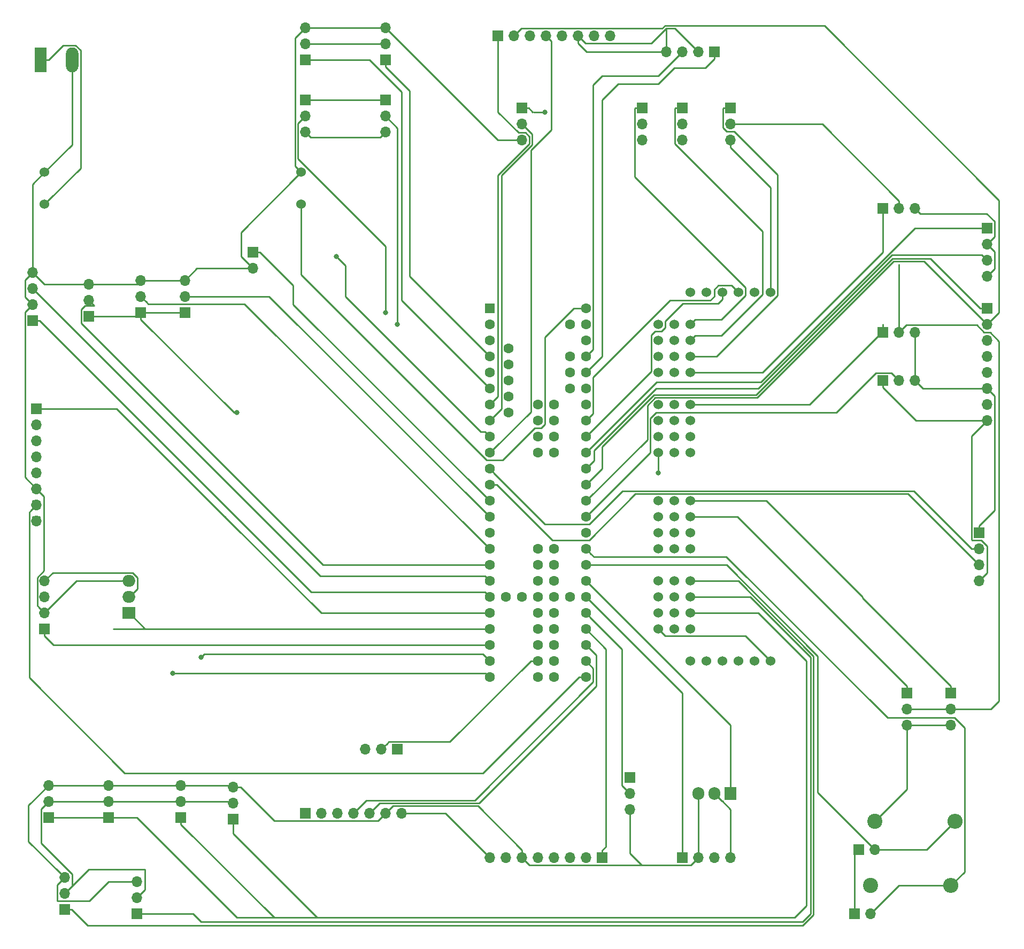
<source format=gbr>
G04 #@! TF.GenerationSoftware,KiCad,Pcbnew,(5.0.2)-1*
G04 #@! TF.CreationDate,2019-01-24T16:58:19-05:00*
G04 #@! TF.ProjectId,TrapologyKicad,54726170-6f6c-46f6-9779-4b696361642e,rev?*
G04 #@! TF.SameCoordinates,Original*
G04 #@! TF.FileFunction,Copper,L2,Bot*
G04 #@! TF.FilePolarity,Positive*
%FSLAX46Y46*%
G04 Gerber Fmt 4.6, Leading zero omitted, Abs format (unit mm)*
G04 Created by KiCad (PCBNEW (5.0.2)-1) date 1/24/2019 4:58:19 PM*
%MOMM*%
%LPD*%
G01*
G04 APERTURE LIST*
G04 #@! TA.AperFunction,ComponentPad*
%ADD10O,2.000000X1.905000*%
G04 #@! TD*
G04 #@! TA.AperFunction,ComponentPad*
%ADD11R,2.000000X1.905000*%
G04 #@! TD*
G04 #@! TA.AperFunction,ComponentPad*
%ADD12C,1.600000*%
G04 #@! TD*
G04 #@! TA.AperFunction,ComponentPad*
%ADD13R,1.600000X1.600000*%
G04 #@! TD*
G04 #@! TA.AperFunction,ComponentPad*
%ADD14C,1.524000*%
G04 #@! TD*
G04 #@! TA.AperFunction,ComponentPad*
%ADD15R,1.700000X1.700000*%
G04 #@! TD*
G04 #@! TA.AperFunction,ComponentPad*
%ADD16O,1.700000X1.700000*%
G04 #@! TD*
G04 #@! TA.AperFunction,ComponentPad*
%ADD17O,1.980000X3.960000*%
G04 #@! TD*
G04 #@! TA.AperFunction,ComponentPad*
%ADD18R,1.980000X3.960000*%
G04 #@! TD*
G04 #@! TA.AperFunction,ComponentPad*
%ADD19O,2.400000X2.400000*%
G04 #@! TD*
G04 #@! TA.AperFunction,ComponentPad*
%ADD20C,2.400000*%
G04 #@! TD*
G04 #@! TA.AperFunction,ComponentPad*
%ADD21O,1.905000X2.000000*%
G04 #@! TD*
G04 #@! TA.AperFunction,ComponentPad*
%ADD22R,1.905000X2.000000*%
G04 #@! TD*
G04 #@! TA.AperFunction,ViaPad*
%ADD23C,0.800000*%
G04 #@! TD*
G04 #@! TA.AperFunction,Conductor*
%ADD24C,0.250000*%
G04 #@! TD*
G04 APERTURE END LIST*
D10*
G04 #@! TO.P,Q1,3*
G04 #@! TO.N,GND*
X38100000Y-106680000D03*
G04 #@! TO.P,Q1,2*
G04 #@! TO.N,Net-(Q1-Pad2)*
X38100000Y-109220000D03*
D11*
G04 #@! TO.P,Q1,1*
G04 #@! TO.N,BTNREDLIGHT*
X38100000Y-111760000D03*
G04 #@! TD*
D12*
G04 #@! TO.P,U1,17*
G04 #@! TO.N,OUTERHALL*
X95250000Y-104140000D03*
G04 #@! TO.P,U1,18*
G04 #@! TO.N,BTNDIALLIGHT*
X95250000Y-106680000D03*
G04 #@! TO.P,U1,19*
G04 #@! TO.N,BTNDIAL*
X95250000Y-109220000D03*
G04 #@! TO.P,U1,20*
G04 #@! TO.N,RFID4*
X95250000Y-111760000D03*
G04 #@! TO.P,U1,16*
G04 #@! TO.N,MIDHALL*
X95250000Y-101600000D03*
G04 #@! TO.P,U1,15*
G04 #@! TO.N,+3V3*
X95250000Y-99060000D03*
G04 #@! TO.P,U1,14*
G04 #@! TO.N,INNERHALL*
X95250000Y-96520000D03*
G04 #@! TO.P,U1,21*
G04 #@! TO.N,BTNREDLIGHT*
X95250000Y-114300000D03*
G04 #@! TO.P,U1,22*
G04 #@! TO.N,BTNRED*
X95250000Y-116840000D03*
G04 #@! TO.P,U1,23*
G04 #@! TO.N,SCALE2POT*
X95250000Y-119380000D03*
G04 #@! TO.P,U1,24*
G04 #@! TO.N,SCALE1POT*
X95250000Y-121920000D03*
G04 #@! TO.P,U1,25*
G04 #@! TO.N,Net-(U1-Pad25)*
X97790000Y-109220000D03*
G04 #@! TO.P,U1,26*
G04 #@! TO.N,Net-(U1-Pad26)*
X100330000Y-109220000D03*
G04 #@! TO.P,U1,27*
G04 #@! TO.N,Net-(U1-Pad27)*
X102870000Y-109220000D03*
G04 #@! TO.P,U1,28*
G04 #@! TO.N,Net-(U1-Pad28)*
X105410000Y-109220000D03*
G04 #@! TO.P,U1,29*
G04 #@! TO.N,Net-(U1-Pad29)*
X107950000Y-109220000D03*
G04 #@! TO.P,U1,30*
G04 #@! TO.N,RFIDRESET*
X110490000Y-121920000D03*
G04 #@! TO.P,U1,31*
G04 #@! TO.N,RADIOCE*
X110490000Y-119380000D03*
G04 #@! TO.P,U1,32*
G04 #@! TO.N,RADIOCSN*
X110490000Y-116840000D03*
G04 #@! TO.P,U1,33*
G04 #@! TO.N,RFID3*
X110490000Y-114300000D03*
G04 #@! TO.P,U1,34*
G04 #@! TO.N,FACEPART3*
X110490000Y-111760000D03*
G04 #@! TO.P,U1,35*
G04 #@! TO.N,BTNYELLOW*
X110490000Y-109220000D03*
G04 #@! TO.P,U1,36*
G04 #@! TO.N,BTNYELLOWLIGHT*
X110490000Y-106680000D03*
G04 #@! TO.P,U1,37*
G04 #@! TO.N,EYE1*
X110490000Y-104140000D03*
G04 #@! TO.P,U1,13*
G04 #@! TO.N,PUZZLERESETBTN*
X95250000Y-93980000D03*
G04 #@! TO.P,U1,12*
G04 #@! TO.N,VOICETX*
X95250000Y-91440000D03*
G04 #@! TO.P,U1,11*
G04 #@! TO.N,VOICERX*
X95250000Y-88900000D03*
G04 #@! TO.P,U1,10*
G04 #@! TO.N,RFIDMISO*
X95250000Y-86360000D03*
G04 #@! TO.P,U1,9*
G04 #@! TO.N,RFIDMOSI*
X95250000Y-83820000D03*
G04 #@! TO.P,U1,8*
G04 #@! TO.N,FACEPART1*
X95250000Y-81280000D03*
G04 #@! TO.P,U1,7*
G04 #@! TO.N,RFID1*
X95250000Y-78740000D03*
G04 #@! TO.P,U1,6*
G04 #@! TO.N,SCALE1MOTOR*
X95250000Y-76200000D03*
G04 #@! TO.P,U1,5*
G04 #@! TO.N,RADIOMISO*
X95250000Y-73660000D03*
G04 #@! TO.P,U1,4*
G04 #@! TO.N,SCALE2MOTOR*
X95250000Y-71120000D03*
G04 #@! TO.P,U1,3*
G04 #@! TO.N,Net-(U1-Pad3)*
X95250000Y-68580000D03*
G04 #@! TO.P,U1,2*
G04 #@! TO.N,Net-(U1-Pad2)*
X95250000Y-66040000D03*
D13*
G04 #@! TO.P,U1,1*
G04 #@! TO.N,GND*
X95250000Y-63500000D03*
D12*
G04 #@! TO.P,U1,38*
G04 #@! TO.N,EYE2*
X110490000Y-101600000D03*
G04 #@! TO.P,U1,39*
G04 #@! TO.N,GND*
X110490000Y-99060000D03*
G04 #@! TO.P,U1,40*
G04 #@! TO.N,FACEPART2*
X110490000Y-96520000D03*
G04 #@! TO.P,U1,41*
G04 #@! TO.N,RFIDSCLK*
X110490000Y-93980000D03*
G04 #@! TO.P,U1,42*
G04 #@! TO.N,RFID2*
X110490000Y-91440000D03*
G04 #@! TO.P,U1,43*
G04 #@! TO.N,BTNBLUELIGHT*
X110490000Y-88900000D03*
G04 #@! TO.P,U1,44*
G04 #@! TO.N,BTNBLUE*
X110490000Y-86360000D03*
G04 #@! TO.P,U1,45*
G04 #@! TO.N,I2CSDA*
X110490000Y-83820000D03*
G04 #@! TO.P,U1,46*
G04 #@! TO.N,I2CSCL*
X110490000Y-81280000D03*
G04 #@! TO.P,U1,47*
G04 #@! TO.N,RADIOSCLK*
X110490000Y-78740000D03*
G04 #@! TO.P,U1,48*
G04 #@! TO.N,RADIOMOSI*
X110490000Y-76200000D03*
G04 #@! TO.P,U1,49*
G04 #@! TO.N,BTNGREEN*
X110490000Y-73660000D03*
G04 #@! TO.P,U1,50*
G04 #@! TO.N,BTNGREENLIGHT*
X110490000Y-71120000D03*
G04 #@! TO.P,U1,51*
G04 #@! TO.N,Net-(U1-Pad51)*
X110490000Y-68580000D03*
G04 #@! TO.P,U1,52*
G04 #@! TO.N,Net-(U1-Pad52)*
X110490000Y-66040000D03*
G04 #@! TO.P,U1,53*
G04 #@! TO.N,+5V*
X110490000Y-63500000D03*
G04 #@! TO.P,U1,54*
G04 #@! TO.N,Net-(U1-Pad54)*
X107950000Y-66040000D03*
G04 #@! TO.P,U1,55*
G04 #@! TO.N,Net-(U1-Pad55)*
X107950000Y-71120000D03*
G04 #@! TO.P,U1,56*
G04 #@! TO.N,Net-(U1-Pad56)*
X107950000Y-73660000D03*
G04 #@! TO.P,U1,57*
G04 #@! TO.N,Net-(U1-Pad57)*
X107950000Y-76200000D03*
G04 #@! TO.P,U1,63*
G04 #@! TO.N,Net-(U1-Pad63)*
X102870000Y-78740000D03*
G04 #@! TO.P,U1,64*
G04 #@! TO.N,Net-(U1-Pad64)*
X102870000Y-81280000D03*
G04 #@! TO.P,U1,65*
G04 #@! TO.N,Net-(U1-Pad65)*
X102870000Y-83820000D03*
G04 #@! TO.P,U1,66*
G04 #@! TO.N,Net-(U1-Pad66)*
X102870000Y-86360000D03*
G04 #@! TO.P,U1,67*
G04 #@! TO.N,Net-(U1-Pad67)*
X102870000Y-101600000D03*
G04 #@! TO.P,U1,68*
G04 #@! TO.N,Net-(U1-Pad68)*
X102870000Y-104140000D03*
G04 #@! TO.P,U1,69*
G04 #@! TO.N,Net-(U1-Pad69)*
X102870000Y-106680000D03*
G04 #@! TO.P,U1,70*
G04 #@! TO.N,Net-(U1-Pad70)*
X102870000Y-111760000D03*
G04 #@! TO.P,U1,71*
G04 #@! TO.N,Net-(U1-Pad71)*
X102870000Y-114300000D03*
G04 #@! TO.P,U1,72*
G04 #@! TO.N,Net-(U1-Pad72)*
X102870000Y-116840000D03*
G04 #@! TO.P,U1,73*
G04 #@! TO.N,FACEPART4*
X102870000Y-119380000D03*
G04 #@! TO.P,U1,74*
G04 #@! TO.N,Net-(U1-Pad74)*
X102870000Y-121920000D03*
G04 #@! TO.P,U1,75*
G04 #@! TO.N,Net-(U1-Pad75)*
X105410000Y-121920000D03*
G04 #@! TO.P,U1,76*
G04 #@! TO.N,Net-(U1-Pad76)*
X105410000Y-119380000D03*
G04 #@! TO.P,U1,77*
G04 #@! TO.N,Net-(U1-Pad77)*
X105410000Y-116840000D03*
G04 #@! TO.P,U1,78*
G04 #@! TO.N,Net-(U1-Pad78)*
X105410000Y-114300000D03*
G04 #@! TO.P,U1,79*
G04 #@! TO.N,Net-(U1-Pad79)*
X105410000Y-111760000D03*
G04 #@! TO.P,U1,80*
G04 #@! TO.N,Net-(U1-Pad80)*
X105410000Y-106680000D03*
G04 #@! TO.P,U1,81*
G04 #@! TO.N,Net-(U1-Pad81)*
X105410000Y-104140000D03*
G04 #@! TO.P,U1,82*
G04 #@! TO.N,Net-(U1-Pad82)*
X105410000Y-101600000D03*
G04 #@! TO.P,U1,83*
G04 #@! TO.N,Net-(U1-Pad83)*
X105410000Y-86360000D03*
G04 #@! TO.P,U1,84*
G04 #@! TO.N,Net-(U1-Pad84)*
X105410000Y-83820000D03*
G04 #@! TO.P,U1,85*
G04 #@! TO.N,Net-(U1-Pad85)*
X105410000Y-81280000D03*
G04 #@! TO.P,U1,86*
G04 #@! TO.N,Net-(U1-Pad86)*
X105410000Y-78740000D03*
G04 #@! TO.P,U1,58*
G04 #@! TO.N,Net-(U1-Pad58)*
X98250000Y-69850000D03*
G04 #@! TO.P,U1,59*
G04 #@! TO.N,Net-(U1-Pad59)*
X98250000Y-72390000D03*
G04 #@! TO.P,U1,60*
G04 #@! TO.N,Net-(U1-Pad60)*
X98250000Y-74930000D03*
G04 #@! TO.P,U1,61*
G04 #@! TO.N,Net-(U1-Pad61)*
X98250000Y-77470000D03*
G04 #@! TO.P,U1,62*
G04 #@! TO.N,Net-(U1-Pad62)*
X98250000Y-80010000D03*
G04 #@! TD*
D14*
G04 #@! TO.P,U2,50*
G04 #@! TO.N,N/C*
X124460000Y-111760000D03*
X124460000Y-109220000D03*
X124460000Y-106680000D03*
X124460000Y-114300000D03*
X124460000Y-66040000D03*
X124460000Y-68580000D03*
X124460000Y-71120000D03*
X124460000Y-73660000D03*
X124460000Y-83820000D03*
X124460000Y-99060000D03*
X124460000Y-81280000D03*
X124460000Y-78740000D03*
X124460000Y-96520000D03*
X124460000Y-86360000D03*
X124460000Y-93980000D03*
X124460000Y-101600000D03*
G04 #@! TO.P,U2,14*
G04 #@! TO.N,GND*
X139700000Y-60960000D03*
G04 #@! TO.P,U2,60*
G04 #@! TO.N,N/C*
X137160000Y-60960000D03*
G04 #@! TO.P,U2,26*
G04 #@! TO.N,I2CSCL*
X134620000Y-60960000D03*
G04 #@! TO.P,U2,27*
G04 #@! TO.N,I2CSDA*
X132080000Y-60960000D03*
G04 #@! TO.P,U2,57*
G04 #@! TO.N,N/C*
X129540000Y-60960000D03*
G04 #@! TO.P,U2,28*
G04 #@! TO.N,+3V3*
X127000000Y-60960000D03*
G04 #@! TO.P,U2,14*
G04 #@! TO.N,GND*
X139700000Y-119380000D03*
G04 #@! TO.P,U2,60*
G04 #@! TO.N,N/C*
X137160000Y-119380000D03*
G04 #@! TO.P,U2,51*
X134620000Y-119380000D03*
G04 #@! TO.P,U2,50*
X132080000Y-119380000D03*
G04 #@! TO.P,U2,57*
X129540000Y-119380000D03*
G04 #@! TO.P,U2,85*
X127000000Y-119380000D03*
G04 #@! TO.P,U2,22*
G04 #@! TO.N,Net-(U2-Pad22)*
X127000000Y-114300000D03*
G04 #@! TO.P,U2,14*
G04 #@! TO.N,GND*
X121920000Y-114300000D03*
X121920000Y-111760000D03*
G04 #@! TO.P,U2,21*
G04 #@! TO.N,HEADLOCKS*
X127000000Y-111760000D03*
G04 #@! TO.P,U2,20*
G04 #@! TO.N,NOSELOCK*
X127000000Y-109220000D03*
G04 #@! TO.P,U2,14*
G04 #@! TO.N,GND*
X121920000Y-109220000D03*
G04 #@! TO.P,U2,19*
G04 #@! TO.N,DIALLOCK4*
X127000000Y-106680000D03*
G04 #@! TO.P,U2,14*
G04 #@! TO.N,GND*
X121920000Y-106680000D03*
X121920000Y-101600000D03*
G04 #@! TO.P,U2,18*
G04 #@! TO.N,Net-(U2-Pad18)*
X127000000Y-101600000D03*
G04 #@! TO.P,U2,17*
G04 #@! TO.N,Net-(U2-Pad17)*
X127000000Y-99060000D03*
G04 #@! TO.P,U2,14*
G04 #@! TO.N,GND*
X121920000Y-99060000D03*
X121920000Y-96520000D03*
G04 #@! TO.P,U2,16*
G04 #@! TO.N,EYEMOUTHLOCK*
X127000000Y-96520000D03*
G04 #@! TO.P,U2,15*
G04 #@! TO.N,DIALLOCK3*
X127000000Y-93980000D03*
G04 #@! TO.P,U2,14*
G04 #@! TO.N,GND*
X121920000Y-93980000D03*
X121920000Y-86360000D03*
G04 #@! TO.P,U2,13*
G04 #@! TO.N,Net-(U2-Pad13)*
X127000000Y-86360000D03*
G04 #@! TO.P,U2,12*
G04 #@! TO.N,Net-(U2-Pad12)*
X127000000Y-83820000D03*
G04 #@! TO.P,U2,14*
G04 #@! TO.N,GND*
X121920000Y-83820000D03*
X121920000Y-81280000D03*
G04 #@! TO.P,U2,11*
G04 #@! TO.N,Net-(U2-Pad11)*
X127000000Y-81280000D03*
G04 #@! TO.P,U2,10*
G04 #@! TO.N,VOICEMOUTHLOCK*
X127000000Y-78740000D03*
G04 #@! TO.P,U2,14*
G04 #@! TO.N,GND*
X121920000Y-78740000D03*
X121920000Y-73660000D03*
G04 #@! TO.P,U2,9*
G04 #@! TO.N,DIALLOCK2*
X127000000Y-73660000D03*
G04 #@! TO.P,U2,8*
G04 #@! TO.N,PRIZELOCK*
X127000000Y-71120000D03*
G04 #@! TO.P,U2,14*
G04 #@! TO.N,GND*
X121920000Y-71120000D03*
X121920000Y-68580000D03*
G04 #@! TO.P,U2,7*
G04 #@! TO.N,SCALEMOUTHLOCK*
X127000000Y-68580000D03*
G04 #@! TO.P,U2,6*
G04 #@! TO.N,DIALLOCK1*
X127000000Y-66040000D03*
G04 #@! TO.P,U2,14*
G04 #@! TO.N,GND*
X121920000Y-66040000D03*
G04 #@! TD*
D15*
G04 #@! TO.P,U11,1*
G04 #@! TO.N,GND*
X172720000Y-99060000D03*
D16*
G04 #@! TO.P,U11,2*
G04 #@! TO.N,VOICERX*
X172720000Y-101600000D03*
G04 #@! TO.P,U11,3*
G04 #@! TO.N,VOICETX*
X172720000Y-104140000D03*
G04 #@! TO.P,U11,4*
G04 #@! TO.N,+3V3*
X172720000Y-106680000D03*
G04 #@! TD*
D15*
G04 #@! TO.P,P5,1*
G04 #@! TO.N,RFID4*
X23495000Y-79375000D03*
D16*
G04 #@! TO.P,P5,2*
G04 #@! TO.N,RFIDSCLK*
X23495000Y-81915000D03*
G04 #@! TO.P,P5,3*
G04 #@! TO.N,RFIDMOSI*
X23495000Y-84455000D03*
G04 #@! TO.P,P5,4*
G04 #@! TO.N,RFIDMISO*
X23495000Y-86995000D03*
G04 #@! TO.P,P5,5*
G04 #@! TO.N,Net-(P5-Pad5)*
X23495000Y-89535000D03*
G04 #@! TO.P,P5,6*
G04 #@! TO.N,GND*
X23495000Y-92075000D03*
G04 #@! TO.P,P5,7*
G04 #@! TO.N,RFIDRESET*
X23495000Y-94615000D03*
G04 #@! TO.P,P5,8*
G04 #@! TO.N,+3V3*
X23495000Y-97155000D03*
G04 #@! TD*
G04 #@! TO.P,P3,8*
G04 #@! TO.N,+3V3*
X173990000Y-81280000D03*
G04 #@! TO.P,P3,7*
G04 #@! TO.N,RFIDRESET*
X173990000Y-78740000D03*
G04 #@! TO.P,P3,6*
G04 #@! TO.N,GND*
X173990000Y-76200000D03*
G04 #@! TO.P,P3,5*
G04 #@! TO.N,Net-(P3-Pad5)*
X173990000Y-73660000D03*
G04 #@! TO.P,P3,4*
G04 #@! TO.N,RFIDMISO*
X173990000Y-71120000D03*
G04 #@! TO.P,P3,3*
G04 #@! TO.N,RFIDMOSI*
X173990000Y-68580000D03*
G04 #@! TO.P,P3,2*
G04 #@! TO.N,RFIDSCLK*
X173990000Y-66040000D03*
D15*
G04 #@! TO.P,P3,1*
G04 #@! TO.N,RFID2*
X173990000Y-63500000D03*
G04 #@! TD*
G04 #@! TO.P,P1,1*
G04 #@! TO.N,RFID1*
X96520000Y-20320000D03*
D16*
G04 #@! TO.P,P1,2*
G04 #@! TO.N,RFIDSCLK*
X99060000Y-20320000D03*
G04 #@! TO.P,P1,3*
G04 #@! TO.N,RFIDMOSI*
X101600000Y-20320000D03*
G04 #@! TO.P,P1,4*
G04 #@! TO.N,RFIDMISO*
X104140000Y-20320000D03*
G04 #@! TO.P,P1,5*
G04 #@! TO.N,Net-(P1-Pad5)*
X106680000Y-20320000D03*
G04 #@! TO.P,P1,6*
G04 #@! TO.N,GND*
X109220000Y-20320000D03*
G04 #@! TO.P,P1,7*
G04 #@! TO.N,RFIDRESET*
X111760000Y-20320000D03*
G04 #@! TO.P,P1,8*
G04 #@! TO.N,+3V3*
X114300000Y-20320000D03*
G04 #@! TD*
D15*
G04 #@! TO.P,SW6,1*
G04 #@! TO.N,PUZZLERESETBTN*
X57785000Y-54610000D03*
D16*
G04 #@! TO.P,SW6,2*
G04 #@! TO.N,GND*
X57785000Y-57150000D03*
G04 #@! TD*
G04 #@! TO.P,P4,8*
G04 #@! TO.N,+3V3*
X95250000Y-150495000D03*
G04 #@! TO.P,P4,7*
G04 #@! TO.N,RFIDRESET*
X97790000Y-150495000D03*
G04 #@! TO.P,P4,6*
G04 #@! TO.N,GND*
X100330000Y-150495000D03*
G04 #@! TO.P,P4,5*
G04 #@! TO.N,Net-(P4-Pad5)*
X102870000Y-150495000D03*
G04 #@! TO.P,P4,4*
G04 #@! TO.N,RFIDMISO*
X105410000Y-150495000D03*
G04 #@! TO.P,P4,3*
G04 #@! TO.N,RFIDMOSI*
X107950000Y-150495000D03*
G04 #@! TO.P,P4,2*
G04 #@! TO.N,RFIDSCLK*
X110490000Y-150495000D03*
D15*
G04 #@! TO.P,P4,1*
G04 #@! TO.N,RFID3*
X113030000Y-150495000D03*
G04 #@! TD*
D14*
G04 #@! TO.P,U4,4*
G04 #@! TO.N,GND*
X24765000Y-41910000D03*
G04 #@! TO.P,U4,3*
G04 #@! TO.N,SERVOPWR*
X24765000Y-46990000D03*
G04 #@! TO.P,U4,2*
G04 #@! TO.N,GND*
X65405000Y-41910000D03*
G04 #@! TO.P,U4,1*
G04 #@! TO.N,+5V*
X65405000Y-46990000D03*
G04 #@! TD*
D17*
G04 #@! TO.P,J1,2*
G04 #@! TO.N,GND*
X29130000Y-24130000D03*
D18*
G04 #@! TO.P,J1,1*
G04 #@! TO.N,SERVOPWR*
X24130000Y-24130000D03*
G04 #@! TD*
D19*
G04 #@! TO.P,R3,2*
G04 #@! TO.N,EYE1*
X168910000Y-144780000D03*
D20*
G04 #@! TO.P,R3,1*
G04 #@! TO.N,GND*
X156210000Y-144780000D03*
G04 #@! TD*
D19*
G04 #@! TO.P,R4,2*
G04 #@! TO.N,EYE2*
X168275000Y-154940000D03*
D20*
G04 #@! TO.P,R4,1*
G04 #@! TO.N,GND*
X155575000Y-154940000D03*
G04 #@! TD*
D21*
G04 #@! TO.P,Q2,3*
G04 #@! TO.N,GND*
X128270000Y-140335000D03*
G04 #@! TO.P,Q2,2*
G04 #@! TO.N,Net-(Q2-Pad2)*
X130810000Y-140335000D03*
D22*
G04 #@! TO.P,Q2,1*
G04 #@! TO.N,BTNYELLOWLIGHT*
X133350000Y-140335000D03*
G04 #@! TD*
D16*
G04 #@! TO.P,SW2,4*
G04 #@! TO.N,GND*
X123190000Y-22860000D03*
G04 #@! TO.P,SW2,3*
G04 #@! TO.N,BTNGREENLIGHT*
X125730000Y-22860000D03*
G04 #@! TO.P,SW2,2*
G04 #@! TO.N,GND*
X128270000Y-22860000D03*
D15*
G04 #@! TO.P,SW2,1*
G04 #@! TO.N,BTNGREEN*
X130810000Y-22860000D03*
G04 #@! TD*
D16*
G04 #@! TO.P,SW1,4*
G04 #@! TO.N,GND*
X22860000Y-57785000D03*
G04 #@! TO.P,SW1,3*
G04 #@! TO.N,BTNDIALLIGHT*
X22860000Y-60325000D03*
G04 #@! TO.P,SW1,2*
G04 #@! TO.N,GND*
X22860000Y-62865000D03*
D15*
G04 #@! TO.P,SW1,1*
G04 #@! TO.N,BTNDIAL*
X22860000Y-65405000D03*
G04 #@! TD*
D16*
G04 #@! TO.P,SW3,4*
G04 #@! TO.N,GND*
X173990000Y-58420000D03*
G04 #@! TO.P,SW3,3*
G04 #@! TO.N,BTNBLUELIGHT*
X173990000Y-55880000D03*
G04 #@! TO.P,SW3,2*
G04 #@! TO.N,GND*
X173990000Y-53340000D03*
D15*
G04 #@! TO.P,SW3,1*
G04 #@! TO.N,BTNBLUE*
X173990000Y-50800000D03*
G04 #@! TD*
D16*
G04 #@! TO.P,SW5,4*
G04 #@! TO.N,Net-(Q2-Pad2)*
X133350000Y-150495000D03*
G04 #@! TO.P,SW5,3*
G04 #@! TO.N,+5V*
X130810000Y-150495000D03*
G04 #@! TO.P,SW5,2*
G04 #@! TO.N,GND*
X128270000Y-150495000D03*
D15*
G04 #@! TO.P,SW5,1*
G04 #@! TO.N,BTNYELLOW*
X125730000Y-150495000D03*
G04 #@! TD*
D16*
G04 #@! TO.P,SW4,4*
G04 #@! TO.N,Net-(Q1-Pad2)*
X24765000Y-106680000D03*
G04 #@! TO.P,SW4,3*
G04 #@! TO.N,+5V*
X24765000Y-109220000D03*
G04 #@! TO.P,SW4,2*
G04 #@! TO.N,GND*
X24765000Y-111760000D03*
D15*
G04 #@! TO.P,SW4,1*
G04 #@! TO.N,BTNRED*
X24765000Y-114300000D03*
G04 #@! TD*
D16*
G04 #@! TO.P,M7,3*
G04 #@! TO.N,GND*
X119380000Y-36830000D03*
G04 #@! TO.P,M7,2*
G04 #@! TO.N,SERVOPWR*
X119380000Y-34290000D03*
D15*
G04 #@! TO.P,M7,1*
G04 #@! TO.N,DIALLOCK1*
X119380000Y-31750000D03*
G04 #@! TD*
G04 #@! TO.P,M1,1*
G04 #@! TO.N,PRIZELOCK*
X133350000Y-31750000D03*
D16*
G04 #@! TO.P,M1,2*
G04 #@! TO.N,SERVOPWR*
X133350000Y-34290000D03*
G04 #@! TO.P,M1,3*
G04 #@! TO.N,GND*
X133350000Y-36830000D03*
G04 #@! TD*
G04 #@! TO.P,R2,2*
G04 #@! TO.N,EYE2*
X155575000Y-159385000D03*
D15*
G04 #@! TO.P,R2,1*
G04 #@! TO.N,+3V3*
X153035000Y-159385000D03*
G04 #@! TD*
D16*
G04 #@! TO.P,U12,7*
G04 #@! TO.N,+3V3*
X81280000Y-143510000D03*
G04 #@! TO.P,U12,6*
G04 #@! TO.N,GND*
X78740000Y-143510000D03*
G04 #@! TO.P,U12,5*
G04 #@! TO.N,RADIOCSN*
X76200000Y-143510000D03*
G04 #@! TO.P,U12,4*
G04 #@! TO.N,RADIOCE*
X73660000Y-143510000D03*
G04 #@! TO.P,U12,3*
G04 #@! TO.N,RADIOSCLK*
X71120000Y-143510000D03*
G04 #@! TO.P,U12,2*
G04 #@! TO.N,RADIOMISO*
X68580000Y-143510000D03*
D15*
G04 #@! TO.P,U12,1*
G04 #@! TO.N,RADIOMOSI*
X66040000Y-143510000D03*
G04 #@! TD*
D16*
G04 #@! TO.P,R1,2*
G04 #@! TO.N,EYE1*
X156210000Y-149225000D03*
D15*
G04 #@! TO.P,R1,1*
G04 #@! TO.N,+3V3*
X153670000Y-149225000D03*
G04 #@! TD*
G04 #@! TO.P,U8,1*
G04 #@! TO.N,+3V3*
X46990000Y-64135000D03*
D16*
G04 #@! TO.P,U8,2*
G04 #@! TO.N,INNERHALL*
X46990000Y-61595000D03*
G04 #@! TO.P,U8,3*
G04 #@! TO.N,GND*
X46990000Y-59055000D03*
G04 #@! TD*
G04 #@! TO.P,M6,3*
G04 #@! TO.N,GND*
X125730000Y-36830000D03*
G04 #@! TO.P,M6,2*
G04 #@! TO.N,SERVOPWR*
X125730000Y-34290000D03*
D15*
G04 #@! TO.P,M6,1*
G04 #@! TO.N,SCALEMOUTHLOCK*
X125730000Y-31750000D03*
G04 #@! TD*
G04 #@! TO.P,U3,1*
G04 #@! TO.N,+3V3*
X31750000Y-64770000D03*
D16*
G04 #@! TO.P,U3,2*
G04 #@! TO.N,OUTERHALL*
X31750000Y-62230000D03*
G04 #@! TO.P,U3,3*
G04 #@! TO.N,GND*
X31750000Y-59690000D03*
G04 #@! TD*
G04 #@! TO.P,M4,3*
G04 #@! TO.N,GND*
X161290000Y-129540000D03*
G04 #@! TO.P,M4,2*
G04 #@! TO.N,SERVOPWR*
X161290000Y-127000000D03*
D15*
G04 #@! TO.P,M4,1*
G04 #@! TO.N,EYEMOUTHLOCK*
X161290000Y-124460000D03*
G04 #@! TD*
D16*
G04 #@! TO.P,M12,3*
G04 #@! TO.N,GND*
X168275000Y-129540000D03*
G04 #@! TO.P,M12,2*
G04 #@! TO.N,SERVOPWR*
X168275000Y-127000000D03*
D15*
G04 #@! TO.P,M12,1*
G04 #@! TO.N,DIALLOCK3*
X168275000Y-124460000D03*
G04 #@! TD*
D16*
G04 #@! TO.P,U7,3*
G04 #@! TO.N,GND*
X162560000Y-74930000D03*
G04 #@! TO.P,U7,2*
G04 #@! TO.N,FACEPART2*
X160020000Y-74930000D03*
D15*
G04 #@! TO.P,U7,1*
G04 #@! TO.N,+3V3*
X157480000Y-74930000D03*
G04 #@! TD*
D16*
G04 #@! TO.P,M3,3*
G04 #@! TO.N,GND*
X39370000Y-154305000D03*
G04 #@! TO.P,M3,2*
G04 #@! TO.N,SERVOPWR*
X39370000Y-156845000D03*
D15*
G04 #@! TO.P,M3,1*
G04 #@! TO.N,NOSELOCK*
X39370000Y-159385000D03*
G04 #@! TD*
D16*
G04 #@! TO.P,M11,3*
G04 #@! TO.N,GND*
X34925000Y-139065000D03*
G04 #@! TO.P,M11,2*
G04 #@! TO.N,SERVOPWR*
X34925000Y-141605000D03*
D15*
G04 #@! TO.P,M11,1*
G04 #@! TO.N,HEADLOCKS*
X34925000Y-144145000D03*
G04 #@! TD*
D16*
G04 #@! TO.P,U5,3*
G04 #@! TO.N,GND*
X100330000Y-36830000D03*
G04 #@! TO.P,U5,2*
G04 #@! TO.N,FACEPART1*
X100330000Y-34290000D03*
D15*
G04 #@! TO.P,U5,1*
G04 #@! TO.N,+3V3*
X100330000Y-31750000D03*
G04 #@! TD*
G04 #@! TO.P,M13,1*
G04 #@! TO.N,DIALLOCK4*
X27940000Y-158750000D03*
D16*
G04 #@! TO.P,M13,2*
G04 #@! TO.N,SERVOPWR*
X27940000Y-156210000D03*
G04 #@! TO.P,M13,3*
G04 #@! TO.N,GND*
X27940000Y-153670000D03*
G04 #@! TD*
G04 #@! TO.P,M2,3*
G04 #@! TO.N,GND*
X25400000Y-139065000D03*
G04 #@! TO.P,M2,2*
G04 #@! TO.N,SERVOPWR*
X25400000Y-141605000D03*
D15*
G04 #@! TO.P,M2,1*
G04 #@! TO.N,HEADLOCKS*
X25400000Y-144145000D03*
G04 #@! TD*
D16*
G04 #@! TO.P,M9,3*
G04 #@! TO.N,GND*
X46355000Y-139065000D03*
G04 #@! TO.P,M9,2*
G04 #@! TO.N,SERVOPWR*
X46355000Y-141605000D03*
D15*
G04 #@! TO.P,M9,1*
G04 #@! TO.N,HEADLOCKS*
X46355000Y-144145000D03*
G04 #@! TD*
D16*
G04 #@! TO.P,RV1,3*
G04 #@! TO.N,GND*
X66040000Y-35560000D03*
G04 #@! TO.P,RV1,2*
G04 #@! TO.N,SCALE1POT*
X66040000Y-33020000D03*
D15*
G04 #@! TO.P,RV1,1*
G04 #@! TO.N,+3V3*
X66040000Y-30480000D03*
G04 #@! TD*
D16*
G04 #@! TO.P,M10,3*
G04 #@! TO.N,GND*
X54610000Y-139362863D03*
G04 #@! TO.P,M10,2*
G04 #@! TO.N,SERVOPWR*
X54610000Y-141902863D03*
D15*
G04 #@! TO.P,M10,1*
G04 #@! TO.N,HEADLOCKS*
X54610000Y-144442863D03*
G04 #@! TD*
D16*
G04 #@! TO.P,U10,3*
G04 #@! TO.N,GND*
X75565000Y-133350000D03*
G04 #@! TO.P,U10,2*
G04 #@! TO.N,FACEPART4*
X78105000Y-133350000D03*
D15*
G04 #@! TO.P,U10,1*
G04 #@! TO.N,+3V3*
X80645000Y-133350000D03*
G04 #@! TD*
G04 #@! TO.P,U6,1*
G04 #@! TO.N,+3V3*
X40005000Y-64135000D03*
D16*
G04 #@! TO.P,U6,2*
G04 #@! TO.N,MIDHALL*
X40005000Y-61595000D03*
G04 #@! TO.P,U6,3*
G04 #@! TO.N,GND*
X40005000Y-59055000D03*
G04 #@! TD*
G04 #@! TO.P,M14,3*
G04 #@! TO.N,GND*
X66040000Y-19050000D03*
G04 #@! TO.P,M14,2*
G04 #@! TO.N,+5V*
X66040000Y-21590000D03*
D15*
G04 #@! TO.P,M14,1*
G04 #@! TO.N,SCALE1MOTOR*
X66040000Y-24130000D03*
G04 #@! TD*
D16*
G04 #@! TO.P,M8,3*
G04 #@! TO.N,GND*
X162560000Y-47625000D03*
G04 #@! TO.P,M8,2*
G04 #@! TO.N,SERVOPWR*
X160020000Y-47625000D03*
D15*
G04 #@! TO.P,M8,1*
G04 #@! TO.N,DIALLOCK2*
X157480000Y-47625000D03*
G04 #@! TD*
D16*
G04 #@! TO.P,M15,3*
G04 #@! TO.N,GND*
X78740000Y-19050000D03*
G04 #@! TO.P,M15,2*
G04 #@! TO.N,+5V*
X78740000Y-21590000D03*
D15*
G04 #@! TO.P,M15,1*
G04 #@! TO.N,SCALE2MOTOR*
X78740000Y-24130000D03*
G04 #@! TD*
D16*
G04 #@! TO.P,RV2,3*
G04 #@! TO.N,GND*
X78740000Y-35560000D03*
G04 #@! TO.P,RV2,2*
G04 #@! TO.N,SCALE2POT*
X78740000Y-33020000D03*
D15*
G04 #@! TO.P,RV2,1*
G04 #@! TO.N,+3V3*
X78740000Y-30480000D03*
G04 #@! TD*
D16*
G04 #@! TO.P,M5,3*
G04 #@! TO.N,GND*
X162560000Y-67310000D03*
G04 #@! TO.P,M5,2*
G04 #@! TO.N,SERVOPWR*
X160020000Y-67310000D03*
D15*
G04 #@! TO.P,M5,1*
G04 #@! TO.N,VOICEMOUTHLOCK*
X157480000Y-67310000D03*
G04 #@! TD*
D16*
G04 #@! TO.P,U9,3*
G04 #@! TO.N,GND*
X117475000Y-142875000D03*
G04 #@! TO.P,U9,2*
G04 #@! TO.N,FACEPART3*
X117475000Y-140335000D03*
D15*
G04 #@! TO.P,U9,1*
G04 #@! TO.N,+3V3*
X117475000Y-137795000D03*
G04 #@! TD*
D23*
G04 #@! TO.N,+3V3*
X103974002Y-32385000D03*
X55221000Y-80010000D03*
G04 #@! TO.N,SCALE1POT*
X78740000Y-64135000D03*
X45085000Y-121285000D03*
G04 #@! TO.N,SCALE2POT*
X80645000Y-66040000D03*
X49530000Y-118745000D03*
G04 #@! TO.N,RFIDMOSI*
X70952592Y-55245000D03*
G04 #@! TO.N,GND*
X121920000Y-89535000D03*
G04 #@! TD*
D24*
G04 #@! TO.N,BTNDIALLIGHT*
X23709999Y-61174999D02*
X22860000Y-60325000D01*
X68415001Y-105880001D02*
X23709999Y-61174999D01*
X94450001Y-105880001D02*
X68415001Y-105880001D01*
X95250000Y-106680000D02*
X94450001Y-105880001D01*
G04 #@! TO.N,BTNGREENLIGHT*
X121920000Y-26670000D02*
X124880001Y-23709999D01*
X124880001Y-23709999D02*
X125730000Y-22860000D01*
X113030000Y-26670000D02*
X121920000Y-26670000D01*
X111615001Y-28084999D02*
X113030000Y-26670000D01*
X111615001Y-69994999D02*
X111615001Y-28084999D01*
X110490000Y-71120000D02*
X111615001Y-69994999D01*
G04 #@! TO.N,RADIOCSN*
X93558480Y-141884988D02*
X77825012Y-141884988D01*
X77049999Y-142660001D02*
X76200000Y-143510000D01*
X112065012Y-123378456D02*
X93558480Y-141884988D01*
X112065012Y-118415012D02*
X112065012Y-123378456D01*
X110490000Y-116840000D02*
X112065012Y-118415012D01*
X77825012Y-141884988D02*
X77049999Y-142660001D01*
G04 #@! TO.N,RADIOCE*
X75735023Y-141434977D02*
X74509999Y-142660001D01*
X111615001Y-122699999D02*
X92880023Y-141434977D01*
X111615001Y-120505001D02*
X111615001Y-122699999D01*
X110490000Y-119380000D02*
X111615001Y-120505001D01*
X74509999Y-142660001D02*
X73660000Y-143510000D01*
X92880023Y-141434977D02*
X75735023Y-141434977D01*
G04 #@! TO.N,BTNDIAL*
X23960000Y-65405000D02*
X22860000Y-65405000D01*
X66975001Y-108420001D02*
X23960000Y-65405000D01*
X94450001Y-108420001D02*
X66975001Y-108420001D01*
X95250000Y-109220000D02*
X94450001Y-108420001D01*
G04 #@! TO.N,+3V3*
X23960000Y-96520000D02*
X22860000Y-96520000D01*
X153035000Y-149860000D02*
X153670000Y-149225000D01*
X153035000Y-159385000D02*
X153035000Y-149860000D01*
X88265000Y-143510000D02*
X81280000Y-143510000D01*
X95250000Y-150495000D02*
X88265000Y-143510000D01*
X39370000Y-64770000D02*
X40005000Y-64135000D01*
X31750000Y-64770000D02*
X39370000Y-64770000D01*
X40005000Y-64135000D02*
X46990000Y-64135000D01*
X173990000Y-81280000D02*
X162730000Y-81280000D01*
X157480000Y-76030000D02*
X157480000Y-74930000D01*
X162730000Y-81280000D02*
X157480000Y-76030000D01*
X102235000Y-32385000D02*
X103974002Y-32385000D01*
X101430000Y-31750000D02*
X102065000Y-32385000D01*
X100330000Y-31750000D02*
X101430000Y-31750000D01*
X171544999Y-100170001D02*
X171544999Y-83725001D01*
X171609999Y-100235001D02*
X171544999Y-100170001D01*
X173140001Y-82129999D02*
X173990000Y-81280000D01*
X173094003Y-100235001D02*
X171609999Y-100235001D01*
X173990000Y-105410000D02*
X173990000Y-101130998D01*
X172720000Y-106680000D02*
X173990000Y-105410000D01*
X171544999Y-83725001D02*
X173140001Y-82129999D01*
X173990000Y-101130998D02*
X173094003Y-100235001D01*
X78740000Y-30480000D02*
X66040000Y-30480000D01*
X40005000Y-65235000D02*
X54780000Y-80010000D01*
X40005000Y-64135000D02*
X40005000Y-65235000D01*
X54780000Y-80010000D02*
X55221000Y-80010000D01*
G04 #@! TO.N,EYE1*
X164465000Y-149225000D02*
X168910000Y-144780000D01*
X156210000Y-149225000D02*
X164465000Y-149225000D01*
X147135011Y-140150011D02*
X155360001Y-148375001D01*
X155360001Y-148375001D02*
X156210000Y-149225000D01*
X110490000Y-104140000D02*
X132717821Y-104140000D01*
X147135011Y-118557190D02*
X147135011Y-140150011D01*
X132717821Y-104140000D02*
X147135011Y-118557190D01*
G04 #@! TO.N,SCALE1POT*
X64864999Y-39761237D02*
X78740000Y-53636238D01*
X66040000Y-33020000D02*
X64864999Y-34195001D01*
X64864999Y-34195001D02*
X64864999Y-39761237D01*
X78740000Y-53636238D02*
X78740000Y-64135000D01*
X78740000Y-64135000D02*
X78740000Y-64135000D01*
X94615000Y-121285000D02*
X95250000Y-121920000D01*
X45085000Y-121285000D02*
X94615000Y-121285000D01*
G04 #@! TO.N,SCALE2POT*
X78740000Y-33020000D02*
X80645000Y-34925000D01*
X80645000Y-34925000D02*
X80645000Y-66040000D01*
X80645000Y-66040000D02*
X80645000Y-66040000D01*
X94450001Y-118580001D02*
X95250000Y-119380000D01*
X94124999Y-118254999D02*
X94450001Y-118580001D01*
X50020001Y-118254999D02*
X94124999Y-118254999D01*
X49530000Y-118745000D02*
X50020001Y-118254999D01*
G04 #@! TO.N,RFID1*
X96520000Y-42379002D02*
X101505001Y-37394001D01*
X101505001Y-36265999D02*
X100894001Y-35654999D01*
X99791409Y-35654999D02*
X96520000Y-32383590D01*
X95250000Y-78740000D02*
X96520000Y-77470000D01*
X96520000Y-21420000D02*
X96520000Y-20320000D01*
X100894001Y-35654999D02*
X99791409Y-35654999D01*
X96520000Y-32383590D02*
X96520000Y-21420000D01*
X96520000Y-77470000D02*
X96520000Y-42379002D01*
X101505001Y-37394001D02*
X101505001Y-36265999D01*
G04 #@! TO.N,RFID2*
X172890000Y-63500000D02*
X173990000Y-63500000D01*
X165004980Y-55614980D02*
X172890000Y-63500000D01*
X159012199Y-55614980D02*
X165004980Y-55614980D01*
X137424191Y-77202988D02*
X159012199Y-55614980D01*
X113030000Y-85384827D02*
X121211839Y-77202988D01*
X110490000Y-91440000D02*
X113030000Y-88900000D01*
X121211839Y-77202988D02*
X137424191Y-77202988D01*
X113030000Y-88900000D02*
X113030000Y-85384827D01*
G04 #@! TO.N,RFID3*
X113665000Y-148760000D02*
X113665000Y-117475000D01*
X113030000Y-149395000D02*
X113665000Y-148760000D01*
X113030000Y-150495000D02*
X113030000Y-149395000D01*
X110490000Y-114300000D02*
X113665000Y-117475000D01*
G04 #@! TO.N,RFID4*
X95250000Y-111760000D02*
X68578590Y-111760000D01*
X36193590Y-79375000D02*
X53973590Y-97155000D01*
X23495000Y-79375000D02*
X36193590Y-79375000D01*
X68578590Y-111760000D02*
X53973590Y-97155000D01*
X53973590Y-97155000D02*
X53338590Y-96520000D01*
G04 #@! TO.N,BTNRED*
X24765000Y-115400000D02*
X24765000Y-114300000D01*
X26205000Y-116840000D02*
X24765000Y-115400000D01*
X95250000Y-116840000D02*
X26205000Y-116840000D01*
G04 #@! TO.N,RFIDRESET*
X23709999Y-94829999D02*
X22860000Y-93980000D01*
X23985001Y-95105001D02*
X23709999Y-94829999D01*
X94118630Y-137160000D02*
X37465000Y-137160000D01*
X22319999Y-122014999D02*
X22319999Y-95790001D01*
X37465000Y-137160000D02*
X22319999Y-122014999D01*
X110490000Y-121920000D02*
X109358630Y-121920000D01*
X109358630Y-121920000D02*
X94118630Y-137160000D01*
X22319999Y-95790001D02*
X22645001Y-95464999D01*
X22645001Y-95464999D02*
X23495000Y-94615000D01*
G04 #@! TO.N,MIDHALL*
X40854999Y-62444999D02*
X40005000Y-61595000D01*
X95250000Y-101600000D02*
X56420001Y-62770001D01*
X41180001Y-62770001D02*
X40854999Y-62444999D01*
X56420001Y-62770001D02*
X41180001Y-62770001D01*
G04 #@! TO.N,OUTERHALL*
X32599999Y-63079999D02*
X32385000Y-62865000D01*
X32599999Y-63079999D02*
X31750000Y-62230000D01*
X95250000Y-104140000D02*
X68834998Y-104140000D01*
X31154999Y-63079999D02*
X32599999Y-63079999D01*
X68834998Y-104140000D02*
X30574999Y-65880001D01*
X30574999Y-63659999D02*
X31154999Y-63079999D01*
X30574999Y-65880001D02*
X30574999Y-63659999D01*
G04 #@! TO.N,EYE2*
X160020000Y-154940000D02*
X168275000Y-154940000D01*
X155575000Y-159385000D02*
X160020000Y-154940000D01*
X168275000Y-154940000D02*
X170435001Y-152779999D01*
X111289999Y-102399999D02*
X110490000Y-101600000D01*
X168839001Y-128364999D02*
X158211409Y-128364999D01*
X111760000Y-102870000D02*
X111289999Y-102399999D01*
X132716410Y-102870000D02*
X111760000Y-102870000D01*
X158211409Y-128364999D02*
X132716410Y-102870000D01*
X170435001Y-129960999D02*
X168839001Y-128364999D01*
X170435001Y-152779999D02*
X170435001Y-129960999D01*
G04 #@! TO.N,VOICETX*
X105126371Y-100185001D02*
X96381370Y-91440000D01*
X172720000Y-104140000D02*
X161472999Y-92892999D01*
X111030001Y-100185001D02*
X105126371Y-100185001D01*
X118322003Y-92892999D02*
X111030001Y-100185001D01*
X161472999Y-92892999D02*
X118322003Y-92892999D01*
X96381370Y-91440000D02*
X95250000Y-91440000D01*
G04 #@! TO.N,VOICERX*
X171517919Y-101600000D02*
X162360907Y-92442988D01*
X111030001Y-97645001D02*
X103995001Y-97645001D01*
X103995001Y-97645001D02*
X96049999Y-89699999D01*
X162360907Y-92442988D02*
X116232014Y-92442988D01*
X172720000Y-101600000D02*
X171517919Y-101600000D01*
X96049999Y-89699999D02*
X95250000Y-88900000D01*
X116232014Y-92442988D02*
X111030001Y-97645001D01*
G04 #@! TO.N,RFIDMISO*
X104140000Y-20320000D02*
X104989999Y-21169999D01*
X101744999Y-79865001D02*
X96049999Y-85560001D01*
X104989999Y-35181824D02*
X101744999Y-38426824D01*
X101744999Y-38426824D02*
X101744999Y-79865001D01*
X104989999Y-21169999D02*
X104989999Y-35181824D01*
X96049999Y-85560001D02*
X95250000Y-86360000D01*
G04 #@! TO.N,RFIDMOSI*
X94450001Y-83020001D02*
X93815001Y-83020001D01*
X95250000Y-83820000D02*
X94450001Y-83020001D01*
X93815001Y-83020001D02*
X72390000Y-61595000D01*
X72390000Y-56682408D02*
X70952592Y-55245000D01*
X72390000Y-61595000D02*
X72390000Y-56682408D01*
G04 #@! TO.N,PUZZLERESETBTN*
X58885000Y-54610000D02*
X64135000Y-59860000D01*
X57785000Y-54610000D02*
X58885000Y-54610000D01*
X64135000Y-59860000D02*
X63965000Y-59690000D01*
X64135000Y-62865000D02*
X64135000Y-59860000D01*
X95250000Y-93980000D02*
X64135000Y-62865000D01*
G04 #@! TO.N,BTNYELLOWLIGHT*
X133350000Y-139085000D02*
X133350000Y-129540000D01*
X133350000Y-140335000D02*
X133350000Y-139085000D01*
X110490000Y-106680000D02*
X133350000Y-129540000D01*
G04 #@! TO.N,BTNYELLOW*
X125730000Y-150495000D02*
X125730000Y-124460000D01*
X110490000Y-109220000D02*
X125730000Y-124460000D01*
G04 #@! TO.N,BTNGREEN*
X113030000Y-71120000D02*
X110490000Y-73660000D01*
X130810000Y-23960000D02*
X129370000Y-25400000D01*
X129370000Y-25400000D02*
X124460000Y-25400000D01*
X130810000Y-22860000D02*
X130810000Y-23960000D01*
X124460000Y-25400000D02*
X121920000Y-27940000D01*
X121920000Y-27940000D02*
X115570000Y-27940000D01*
X113030000Y-30480000D02*
X113030000Y-71120000D01*
X115570000Y-27940000D02*
X113030000Y-30480000D01*
G04 #@! TO.N,GND*
X29130000Y-37545000D02*
X29130000Y-24130000D01*
X24765000Y-41910000D02*
X29130000Y-37545000D01*
X128270000Y-150495000D02*
X128270000Y-140335000D01*
X66040000Y-19050000D02*
X78740000Y-19050000D01*
X127420001Y-22010001D02*
X128270000Y-22860000D01*
X124554999Y-19144999D02*
X127420001Y-22010001D01*
X123190000Y-19144999D02*
X123190000Y-22860000D01*
X123190000Y-19144999D02*
X124554999Y-19144999D01*
X54312137Y-139065000D02*
X54610000Y-139362863D01*
X25400000Y-139065000D02*
X54312137Y-139065000D01*
X27090001Y-152820001D02*
X27940000Y-153670000D01*
X22225000Y-147955000D02*
X27090001Y-152820001D01*
X22225000Y-142240000D02*
X22225000Y-147955000D01*
X25400000Y-139065000D02*
X22225000Y-142240000D01*
X26764999Y-154845001D02*
X26764999Y-157385001D01*
X27940000Y-153670000D02*
X26764999Y-154845001D01*
X26764999Y-157385001D02*
X31844999Y-157385001D01*
X34925000Y-154305000D02*
X39370000Y-154305000D01*
X31844999Y-157385001D02*
X34925000Y-154305000D01*
X79915001Y-142334999D02*
X79589999Y-142660001D01*
X79589999Y-142660001D02*
X78740000Y-143510000D01*
X100330000Y-149292919D02*
X93372080Y-142334999D01*
X93372080Y-142334999D02*
X79915001Y-142334999D01*
X100330000Y-150495000D02*
X100330000Y-149292919D01*
X77890001Y-144359999D02*
X78740000Y-143510000D01*
X77564999Y-144685001D02*
X77890001Y-144359999D01*
X61134219Y-144685001D02*
X77564999Y-144685001D01*
X55812081Y-139362863D02*
X61134219Y-144685001D01*
X54610000Y-139362863D02*
X55812081Y-139362863D01*
X24765000Y-111760000D02*
X29845000Y-106680000D01*
X29845000Y-106680000D02*
X34290000Y-106680000D01*
X23915001Y-110910001D02*
X24765000Y-111760000D01*
X23589999Y-110584999D02*
X23915001Y-110910001D01*
X23589999Y-106115999D02*
X23589999Y-110584999D01*
X24670001Y-105035997D02*
X23589999Y-106115999D01*
X24670001Y-93250001D02*
X24670001Y-105035997D01*
X23495000Y-92075000D02*
X24670001Y-93250001D01*
X39370000Y-59690000D02*
X40005000Y-59055000D01*
X31750000Y-59690000D02*
X39370000Y-59690000D01*
X40005000Y-59055000D02*
X46990000Y-59055000D01*
X24765000Y-59690000D02*
X22860000Y-57785000D01*
X31750000Y-59690000D02*
X24765000Y-59690000D01*
X22010001Y-58634999D02*
X22860000Y-57785000D01*
X21684999Y-58960001D02*
X22010001Y-58634999D01*
X21684999Y-61689999D02*
X21684999Y-58960001D01*
X22860000Y-62865000D02*
X21684999Y-61689999D01*
X22860000Y-43815000D02*
X24765000Y-41910000D01*
X22860000Y-57785000D02*
X22860000Y-43815000D01*
X48895000Y-57150000D02*
X46990000Y-59055000D01*
X57785000Y-57150000D02*
X48895000Y-57150000D01*
X64643001Y-42671999D02*
X65405000Y-41910000D01*
X55880000Y-51435000D02*
X64643001Y-42671999D01*
X55880000Y-55245000D02*
X55880000Y-51435000D01*
X57785000Y-57150000D02*
X55880000Y-55245000D01*
X163830000Y-76200000D02*
X173990000Y-76200000D01*
X162560000Y-74930000D02*
X163830000Y-76200000D01*
X174839999Y-77049999D02*
X173990000Y-76200000D01*
X175165001Y-77375001D02*
X174839999Y-77049999D01*
X175165001Y-95514999D02*
X175165001Y-77375001D01*
X172720000Y-97960000D02*
X175165001Y-95514999D01*
X172720000Y-99060000D02*
X172720000Y-97960000D01*
X161290000Y-129540000D02*
X168275000Y-129540000D01*
X162560000Y-74930000D02*
X162560000Y-67310000D01*
X174839999Y-52490001D02*
X173990000Y-53340000D01*
X175165001Y-52164999D02*
X174839999Y-52490001D01*
X175165001Y-49689999D02*
X175165001Y-52164999D01*
X173950001Y-48474999D02*
X175165001Y-49689999D01*
X163409999Y-48474999D02*
X173950001Y-48474999D01*
X162560000Y-47625000D02*
X163409999Y-48474999D01*
X174839999Y-54189999D02*
X173990000Y-53340000D01*
X175165001Y-54515001D02*
X174839999Y-54189999D01*
X175165001Y-57244999D02*
X175165001Y-54515001D01*
X173990000Y-58420000D02*
X175165001Y-57244999D01*
X121987919Y-22860000D02*
X123190000Y-22860000D01*
X110557919Y-22860000D02*
X121987919Y-22860000D01*
X109220000Y-21522081D02*
X110557919Y-22860000D01*
X109220000Y-20320000D02*
X109220000Y-21522081D01*
X110395001Y-21495001D02*
X120839998Y-21495001D01*
X120839998Y-21495001D02*
X123190000Y-19144999D01*
X109220000Y-20320000D02*
X110395001Y-21495001D01*
X139700000Y-59882370D02*
X139700000Y-60960000D01*
X139700000Y-44382081D02*
X139700000Y-59882370D01*
X133350000Y-38032081D02*
X139700000Y-44382081D01*
X133350000Y-36830000D02*
X133350000Y-38032081D01*
X156210000Y-144780000D02*
X161290000Y-139700000D01*
X161290000Y-139700000D02*
X161290000Y-129540000D01*
X101179999Y-151344999D02*
X100330000Y-150495000D01*
X101505001Y-151670001D02*
X101179999Y-151344999D01*
X128270000Y-150495000D02*
X127094999Y-151670001D01*
X77890001Y-36409999D02*
X78740000Y-35560000D01*
X66889999Y-36409999D02*
X77890001Y-36409999D01*
X66040000Y-35560000D02*
X66889999Y-36409999D01*
X138938001Y-118618001D02*
X139700000Y-119380000D01*
X135707001Y-115387001D02*
X138938001Y-118618001D01*
X123007001Y-115387001D02*
X135707001Y-115387001D01*
X121920000Y-114300000D02*
X123007001Y-115387001D01*
X117475000Y-142875000D02*
X117475000Y-149860000D01*
X119285001Y-151670001D02*
X119380000Y-151670001D01*
X117475000Y-149860000D02*
X119285001Y-151670001D01*
X127094999Y-151670001D02*
X119380000Y-151670001D01*
X119380000Y-151670001D02*
X101505001Y-151670001D01*
X64414988Y-40919988D02*
X64643001Y-41148001D01*
X64643001Y-41148001D02*
X65405000Y-41910000D01*
X64414988Y-20675012D02*
X64414988Y-40919988D01*
X66040000Y-19050000D02*
X64414988Y-20675012D01*
X121920000Y-86360000D02*
X121920000Y-89535000D01*
X121920000Y-89535000D02*
X121920000Y-89535000D01*
X96520000Y-36830000D02*
X78740000Y-19050000D01*
X100330000Y-36830000D02*
X96520000Y-36830000D01*
X22010001Y-63714999D02*
X22860000Y-62865000D01*
X21684999Y-64040001D02*
X22010001Y-63714999D01*
X21684999Y-90264999D02*
X21684999Y-64040001D01*
X23495000Y-92075000D02*
X21684999Y-90264999D01*
G04 #@! TO.N,INNERHALL*
X60325000Y-61595000D02*
X46990000Y-61595000D01*
X95250000Y-96520000D02*
X60325000Y-61595000D01*
G04 #@! TO.N,BTNBLUELIGHT*
X110490000Y-88900000D02*
X111760000Y-87630000D01*
X121578416Y-76200000D02*
X137790770Y-76200000D01*
X111760000Y-87630000D02*
X111760000Y-86018416D01*
X137790770Y-76200000D02*
X158960769Y-55030001D01*
X111760000Y-86018416D02*
X121578416Y-76200000D01*
X158960769Y-55030001D02*
X173140001Y-55030001D01*
X173140001Y-55030001D02*
X173990000Y-55880000D01*
G04 #@! TO.N,RFIDSCLK*
X121398239Y-77652999D02*
X137610591Y-77652999D01*
X137610591Y-77652999D02*
X159198599Y-56064991D01*
X164014991Y-56064991D02*
X173140001Y-65190001D01*
X173140001Y-65190001D02*
X173990000Y-66040000D01*
X120199989Y-84270011D02*
X120199989Y-78851249D01*
X110490000Y-93980000D02*
X120199989Y-84270011D01*
X120199989Y-78851249D02*
X121398239Y-77652999D01*
X159198599Y-56064991D02*
X164014991Y-56064991D01*
X175895000Y-64135000D02*
X173990000Y-66040000D01*
X99060000Y-20320000D02*
X100235001Y-19144999D01*
X122553590Y-19144999D02*
X123003600Y-18694989D01*
X100235001Y-19144999D02*
X122553590Y-19144999D01*
X123003600Y-18694989D02*
X148235004Y-18695004D01*
X148235004Y-18695004D02*
X175895000Y-46355000D01*
X175895000Y-46355000D02*
X175895000Y-64135000D01*
G04 #@! TO.N,BTNBLUE*
X110490000Y-86360000D02*
X121652988Y-75197012D01*
X121652988Y-75197012D02*
X138157345Y-75197012D01*
X138157345Y-75197012D02*
X162554357Y-50800000D01*
X162554357Y-50800000D02*
X172890000Y-50800000D01*
X172890000Y-50800000D02*
X173990000Y-50800000D01*
G04 #@! TO.N,BTNREDLIGHT*
X95250000Y-114300000D02*
X35627500Y-114300000D01*
G04 #@! TO.N,I2CSDA*
X131437619Y-62680011D02*
X132080000Y-62037630D01*
X110490000Y-83820000D02*
X120832999Y-73477001D01*
X121398239Y-67127001D02*
X122441761Y-67127001D01*
X120832999Y-73477001D02*
X120832999Y-67692241D01*
X125845229Y-62680011D02*
X131437619Y-62680011D01*
X132080000Y-62037630D02*
X132080000Y-60960000D01*
X123007001Y-66561761D02*
X123007001Y-65518239D01*
X123007001Y-65518239D02*
X125845229Y-62680011D01*
X122441761Y-67127001D02*
X123007001Y-66561761D01*
X120832999Y-67692241D02*
X121398239Y-67127001D01*
G04 #@! TO.N,I2CSCL*
X133858001Y-60198001D02*
X134620000Y-60960000D01*
X133532999Y-59872999D02*
X133858001Y-60198001D01*
X131445000Y-59872999D02*
X133532999Y-59872999D01*
X130810000Y-60507999D02*
X131445000Y-59872999D01*
X110490000Y-81280000D02*
X111615001Y-80154999D01*
X111615001Y-74439999D02*
X123825000Y-62230000D01*
X111615001Y-80154999D02*
X111615001Y-74439999D01*
X123825000Y-62230000D02*
X130175000Y-62230000D01*
X130175000Y-62230000D02*
X130810000Y-61595000D01*
X130810000Y-61595000D02*
X130810000Y-60507999D01*
G04 #@! TO.N,SCALE2MOTOR*
X78740000Y-25230000D02*
X82550000Y-29040000D01*
X78740000Y-24130000D02*
X78740000Y-25230000D01*
X82550000Y-29040000D02*
X82550000Y-58420000D01*
X82550000Y-58420000D02*
X95250000Y-71120000D01*
G04 #@! TO.N,SCALE1MOTOR*
X76200000Y-24130000D02*
X66040000Y-24130000D01*
X81280000Y-29210000D02*
X76200000Y-24130000D01*
X95250000Y-76200000D02*
X81280000Y-62230000D01*
X81280000Y-62230000D02*
X81280000Y-29210000D01*
G04 #@! TO.N,PRIZELOCK*
X132250000Y-31750000D02*
X133350000Y-31750000D01*
X127000000Y-71120000D02*
X131148762Y-71120000D01*
X132174999Y-31825001D02*
X132250000Y-31750000D01*
X132785999Y-35465001D02*
X132174999Y-34854001D01*
X133914001Y-35465001D02*
X132785999Y-35465001D01*
X132174999Y-34854001D02*
X132174999Y-31825001D01*
X140787001Y-42338001D02*
X133914001Y-35465001D01*
X131148762Y-71120000D02*
X140787001Y-61481761D01*
X140787001Y-61481761D02*
X140787001Y-42338001D01*
G04 #@! TO.N,HEADLOCKS*
X127000000Y-111760000D02*
X137795000Y-111760000D01*
X137795000Y-111760000D02*
X145415000Y-119380000D01*
X145415000Y-119380000D02*
X145415000Y-158115000D01*
X145415000Y-158115000D02*
X143510000Y-160020000D01*
X55245000Y-160020000D02*
X54386465Y-159161465D01*
X39370000Y-144145000D02*
X55245000Y-160020000D01*
X25400000Y-144145000D02*
X39370000Y-144145000D01*
X59690000Y-160020000D02*
X57785000Y-160020000D01*
X57785000Y-160020000D02*
X55245000Y-160020000D01*
X61130000Y-160020000D02*
X64135000Y-160020000D01*
X46355000Y-145245000D02*
X61130000Y-160020000D01*
X46355000Y-144145000D02*
X46355000Y-145245000D01*
X64135000Y-160020000D02*
X59690000Y-160020000D01*
X143510000Y-160020000D02*
X68580000Y-160020000D01*
X68580000Y-160020000D02*
X64135000Y-160020000D01*
X67945000Y-160020000D02*
X68580000Y-160020000D01*
X54610000Y-144442863D02*
X54610000Y-146685000D01*
X54610000Y-146685000D02*
X67945000Y-160020000D01*
G04 #@! TO.N,NOSELOCK*
X127000000Y-109220000D02*
X136525000Y-109220000D01*
X136525000Y-109220000D02*
X146050000Y-118745000D01*
X146050000Y-118745000D02*
X146050000Y-159385000D01*
X146050000Y-159385000D02*
X144780000Y-160655000D01*
X144780000Y-160655000D02*
X55880000Y-160655000D01*
X55880000Y-160655000D02*
X55245000Y-160655000D01*
X48260000Y-159385000D02*
X49530000Y-160655000D01*
X39370000Y-159385000D02*
X48260000Y-159385000D01*
X49530000Y-160655000D02*
X55880000Y-160655000D01*
G04 #@! TO.N,EYEMOUTHLOCK*
X128077630Y-96520000D02*
X127000000Y-96520000D01*
X134450000Y-96520000D02*
X128077630Y-96520000D01*
X161290000Y-123360000D02*
X134450000Y-96520000D01*
X161290000Y-124460000D02*
X161290000Y-123360000D01*
G04 #@! TO.N,VOICEMOUTHLOCK*
X157480000Y-67140000D02*
X157480000Y-66040000D01*
X145880000Y-78740000D02*
X157480000Y-67140000D01*
X127000000Y-78740000D02*
X145880000Y-78740000D01*
G04 #@! TO.N,SCALEMOUTHLOCK*
X131910761Y-67818001D02*
X138430000Y-61298762D01*
X127761999Y-67818001D02*
X131910761Y-67818001D01*
X127000000Y-68580000D02*
X127761999Y-67818001D01*
X124630000Y-31750000D02*
X125730000Y-31750000D01*
X124554999Y-31825001D02*
X124630000Y-31750000D01*
X124554999Y-37394001D02*
X124554999Y-31825001D01*
X138430000Y-51269002D02*
X124554999Y-37394001D01*
X138430000Y-61298762D02*
X138430000Y-51269002D01*
G04 #@! TO.N,DIALLOCK1*
X135707001Y-61481761D02*
X135707001Y-60142001D01*
X127000000Y-66040000D02*
X127761999Y-65278001D01*
X131910761Y-65278001D02*
X135707001Y-61481761D01*
X127761999Y-65278001D02*
X131910761Y-65278001D01*
X118280000Y-31750000D02*
X119380000Y-31750000D01*
X118204999Y-31825001D02*
X118280000Y-31750000D01*
X118204999Y-42639999D02*
X118204999Y-31825001D01*
X135707001Y-60142001D02*
X118204999Y-42639999D01*
G04 #@! TO.N,DIALLOCK2*
X127000000Y-73660000D02*
X138430000Y-73660000D01*
X138430000Y-73660000D02*
X157480000Y-54610000D01*
X157480000Y-54610000D02*
X157480000Y-47625000D01*
G04 #@! TO.N,DIALLOCK3*
X139065000Y-93980000D02*
X127000000Y-93980000D01*
X154305000Y-109220000D02*
X139065000Y-93980000D01*
X168275000Y-124460000D02*
X168275000Y-123360000D01*
X168275000Y-123360000D02*
X154305000Y-109390000D01*
X154305000Y-109390000D02*
X154305000Y-109220000D01*
G04 #@! TO.N,DIALLOCK4*
X127000000Y-106680000D02*
X134621410Y-106680000D01*
X134621410Y-106680000D02*
X146500011Y-118558600D01*
X146500011Y-118558600D02*
X146500011Y-159571400D01*
X146500011Y-159571400D02*
X144781411Y-161290000D01*
X144781411Y-161290000D02*
X56515000Y-161290000D01*
X56515000Y-161290000D02*
X55245000Y-161290000D01*
X31580000Y-161290000D02*
X36830000Y-161290000D01*
X29040000Y-158750000D02*
X31580000Y-161290000D01*
X27940000Y-158750000D02*
X29040000Y-158750000D01*
X36365000Y-161290000D02*
X36830000Y-161290000D01*
X36830000Y-161290000D02*
X56515000Y-161290000D01*
G04 #@! TO.N,SERVOPWR*
X54312137Y-141605000D02*
X54610000Y-141902863D01*
X25400000Y-141605000D02*
X54312137Y-141605000D01*
X28789999Y-155360001D02*
X27940000Y-156210000D01*
X29115001Y-155034999D02*
X28789999Y-155360001D01*
X29115001Y-153105999D02*
X29115001Y-155034999D01*
X24224999Y-148215997D02*
X29115001Y-153105999D01*
X24224999Y-142780001D02*
X24224999Y-148215997D01*
X25400000Y-141605000D02*
X24224999Y-142780001D01*
X27940000Y-156210000D02*
X31750000Y-152400000D01*
X31750000Y-152400000D02*
X40640000Y-152400000D01*
X40640000Y-155575000D02*
X39370000Y-156845000D01*
X40640000Y-152400000D02*
X40640000Y-155575000D01*
X29674694Y-21824990D02*
X30445010Y-22595306D01*
X30445010Y-41309990D02*
X25526999Y-46228001D01*
X25526999Y-46228001D02*
X24765000Y-46990000D01*
X30445010Y-22595306D02*
X30445010Y-41309990D01*
X27675010Y-21824990D02*
X29674694Y-21824990D01*
X25370000Y-24130000D02*
X27675010Y-21824990D01*
X24130000Y-24130000D02*
X25370000Y-24130000D01*
X161290000Y-127000000D02*
X168275000Y-127000000D01*
X160020000Y-67310000D02*
X160020000Y-56515001D01*
X134552081Y-34290000D02*
X133350000Y-34290000D01*
X147887081Y-34290000D02*
X134552081Y-34290000D01*
X160020000Y-46422919D02*
X147887081Y-34290000D01*
X160020000Y-47625000D02*
X160020000Y-46422919D01*
X172345997Y-66134999D02*
X173520998Y-67310000D01*
X160020000Y-67310000D02*
X161195001Y-66134999D01*
X161195001Y-66134999D02*
X172345997Y-66134999D01*
X174459002Y-67310000D02*
X175895000Y-68745998D01*
X173520998Y-67310000D02*
X174459002Y-67310000D01*
X175895000Y-68745998D02*
X175895000Y-125730000D01*
X174625000Y-127000000D02*
X168275000Y-127000000D01*
X175895000Y-125730000D02*
X174625000Y-127000000D01*
G04 #@! TO.N,Net-(Q2-Pad2)*
X130810000Y-140382500D02*
X130810000Y-140335000D01*
X132012500Y-141585000D02*
X130810000Y-140382500D01*
X132060000Y-141585000D02*
X132012500Y-141585000D01*
X133350000Y-142875000D02*
X132060000Y-141585000D01*
X133350000Y-150495000D02*
X133350000Y-142875000D01*
G04 #@! TO.N,GND*
X37512500Y-106680000D02*
X37465000Y-106680000D01*
X34290000Y-106680000D02*
X38100000Y-106680000D01*
G04 #@! TO.N,BTNREDLIGHT*
X38147500Y-111760000D02*
X40640000Y-114252500D01*
X38100000Y-111760000D02*
X38147500Y-111760000D01*
G04 #@! TO.N,Net-(Q1-Pad2)*
X38147500Y-109220000D02*
X38100000Y-109220000D01*
X39425010Y-107942490D02*
X38147500Y-109220000D01*
X39425010Y-106150839D02*
X39425010Y-107942490D01*
X38676661Y-105402490D02*
X39425010Y-106150839D01*
X26042510Y-105402490D02*
X38676661Y-105402490D01*
X24765000Y-106680000D02*
X26042510Y-105402490D01*
G04 #@! TO.N,FACEPART4*
X78954999Y-132500001D02*
X78105000Y-133350000D01*
X79280001Y-132174999D02*
X78954999Y-132500001D01*
X88943631Y-132174999D02*
X79280001Y-132174999D01*
X101738630Y-119380000D02*
X88943631Y-132174999D01*
X102870000Y-119380000D02*
X101738630Y-119380000D01*
G04 #@! TO.N,FACEPART3*
X111289999Y-112559999D02*
X110490000Y-111760000D01*
X116205000Y-117475000D02*
X111289999Y-112559999D01*
X116205000Y-139065000D02*
X116205000Y-117475000D01*
X117475000Y-140335000D02*
X116205000Y-139065000D01*
G04 #@! TO.N,FACEPART1*
X97124999Y-79405001D02*
X97124999Y-42410414D01*
X97124999Y-42410414D02*
X101955012Y-37580401D01*
X95250000Y-81280000D02*
X97124999Y-79405001D01*
X101179999Y-35139999D02*
X100330000Y-34290000D01*
X101955012Y-37580401D02*
X101955012Y-35915012D01*
X101955012Y-35915012D02*
X101179999Y-35139999D01*
G04 #@! TO.N,FACEPART2*
X110490000Y-96520000D02*
X120650000Y-86360000D01*
X120650000Y-86360000D02*
X120650000Y-80941238D01*
X158844999Y-73754999D02*
X159170001Y-74080001D01*
X159170001Y-74080001D02*
X160020000Y-74930000D01*
X156369999Y-73754999D02*
X158844999Y-73754999D01*
X150114998Y-80010000D02*
X156369999Y-73754999D01*
X121581238Y-80010000D02*
X150114998Y-80010000D01*
X120650000Y-80941238D02*
X121581238Y-80010000D01*
G04 #@! TO.N,+5V*
X66040000Y-21590000D02*
X78740000Y-21590000D01*
X109358630Y-63500000D02*
X110490000Y-63500000D01*
X103995001Y-68091410D02*
X108586411Y-63500000D01*
X108586411Y-63500000D02*
X109358630Y-63500000D01*
X103995001Y-81820001D02*
X103995001Y-68091410D01*
X103410001Y-82405001D02*
X103995001Y-81820001D01*
X102329999Y-82405001D02*
X103410001Y-82405001D01*
X97249999Y-87485001D02*
X102329999Y-82405001D01*
X94709999Y-87485001D02*
X97249999Y-87485001D01*
X65405000Y-46990000D02*
X65405000Y-58180002D01*
X65405000Y-58180002D02*
X94709999Y-87485001D01*
G04 #@! TD*
M02*

</source>
